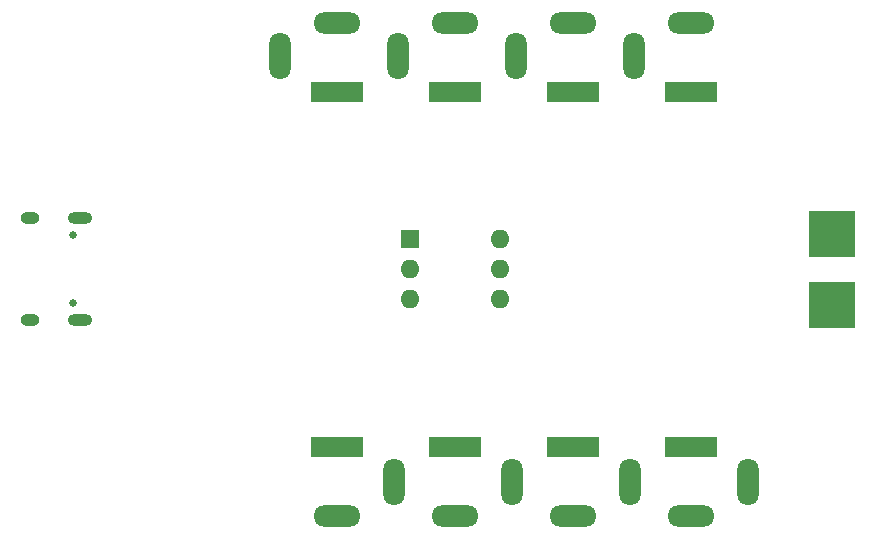
<source format=gbr>
%TF.GenerationSoftware,KiCad,Pcbnew,7.0.1*%
%TF.CreationDate,2024-06-10T22:25:48+03:00*%
%TF.ProjectId,PedalPower,50656461-6c50-46f7-9765-722e6b696361,rev?*%
%TF.SameCoordinates,Original*%
%TF.FileFunction,Soldermask,Bot*%
%TF.FilePolarity,Negative*%
%FSLAX46Y46*%
G04 Gerber Fmt 4.6, Leading zero omitted, Abs format (unit mm)*
G04 Created by KiCad (PCBNEW 7.0.1) date 2024-06-10 22:25:48*
%MOMM*%
%LPD*%
G01*
G04 APERTURE LIST*
%ADD10R,4.000000X4.000000*%
%ADD11R,4.400000X1.800000*%
%ADD12O,4.000000X1.800000*%
%ADD13O,1.800000X4.000000*%
%ADD14R,1.600000X1.600000*%
%ADD15O,1.600000X1.600000*%
%ADD16C,0.650000*%
%ADD17O,2.100000X1.000000*%
%ADD18O,1.600000X1.000000*%
G04 APERTURE END LIST*
D10*
%TO.C,TP2*%
X52000000Y-3000000D03*
%TD*%
D11*
%TO.C,J8*%
X10100000Y15050000D03*
D12*
X10100000Y20850000D03*
D13*
X5300000Y18050000D03*
%TD*%
D11*
%TO.C,J7*%
X30100000Y-15050000D03*
D12*
X30100000Y-20850000D03*
D13*
X34900000Y-18050000D03*
%TD*%
D11*
%TO.C,J9*%
X40100000Y-15050000D03*
D12*
X40100000Y-20850000D03*
D13*
X44900000Y-18050000D03*
%TD*%
D11*
%TO.C,J3*%
X10100000Y-15050000D03*
D12*
X10100000Y-20850000D03*
D13*
X14900000Y-18050000D03*
%TD*%
D14*
%TO.C,SW1*%
X16300000Y2525000D03*
D15*
X16300000Y-15000D03*
X16300000Y-2555000D03*
X23920000Y-2555000D03*
X23920000Y-15000D03*
X23920000Y2525000D03*
%TD*%
D16*
%TO.C,J1*%
X-12200000Y2890000D03*
X-12200000Y-2890000D03*
D17*
X-11670000Y4320000D03*
D18*
X-15850000Y4320000D03*
D17*
X-11670000Y-4320000D03*
D18*
X-15850000Y-4320000D03*
%TD*%
D11*
%TO.C,J5*%
X20100000Y-15050000D03*
D12*
X20100000Y-20850000D03*
D13*
X24900000Y-18050000D03*
%TD*%
D11*
%TO.C,J2*%
X40100000Y15050000D03*
D12*
X40100000Y20850000D03*
D13*
X35300000Y18050000D03*
%TD*%
D10*
%TO.C,TP1*%
X52000000Y3000000D03*
%TD*%
D11*
%TO.C,J4*%
X30100000Y15050000D03*
D12*
X30100000Y20850000D03*
D13*
X25300000Y18050000D03*
%TD*%
D11*
%TO.C,J6*%
X20100000Y15050000D03*
D12*
X20100000Y20850000D03*
D13*
X15300000Y18050000D03*
%TD*%
M02*

</source>
